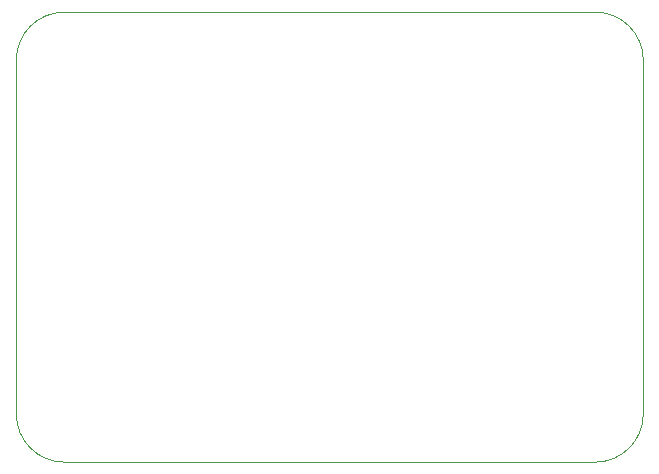
<source format=gm1>
G04 #@! TF.GenerationSoftware,KiCad,Pcbnew,7.0.1*
G04 #@! TF.CreationDate,2023-07-05T13:56:38-05:00*
G04 #@! TF.ProjectId,shift in breakout board,73686966-7420-4696-9e20-627265616b6f,rev?*
G04 #@! TF.SameCoordinates,Original*
G04 #@! TF.FileFunction,Profile,NP*
%FSLAX46Y46*%
G04 Gerber Fmt 4.6, Leading zero omitted, Abs format (unit mm)*
G04 Created by KiCad (PCBNEW 7.0.1) date 2023-07-05 13:56:38*
%MOMM*%
%LPD*%
G01*
G04 APERTURE LIST*
G04 #@! TA.AperFunction,Profile*
%ADD10C,0.100000*%
G04 #@! TD*
G04 APERTURE END LIST*
D10*
X156464000Y-91440000D02*
X201422000Y-91440000D01*
X201422000Y-53340000D02*
X156464000Y-53340000D01*
X152400000Y-87376000D02*
G75*
G03*
X156464000Y-91440000I4064000J0D01*
G01*
X201422000Y-91440000D02*
G75*
G03*
X205486000Y-87376000I0J4064000D01*
G01*
X152400000Y-57404000D02*
X152400000Y-87376000D01*
X156464000Y-53340000D02*
G75*
G03*
X152400000Y-57404000I0J-4064000D01*
G01*
X205486000Y-57404000D02*
G75*
G03*
X201422000Y-53340000I-4064000J0D01*
G01*
X205486000Y-87376000D02*
X205486000Y-57404000D01*
M02*

</source>
